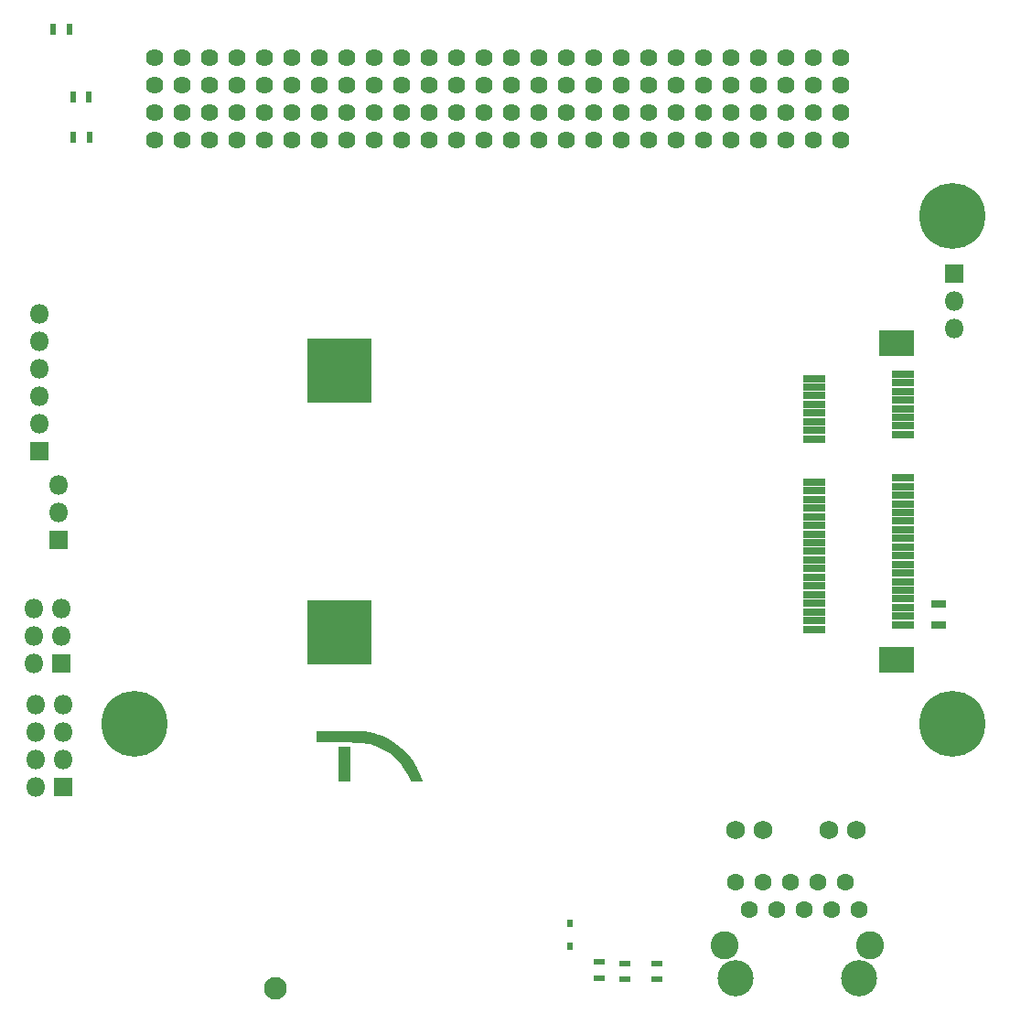
<source format=gbr>
G04 #@! TF.FileFunction,Soldermask,Bot*
%FSLAX45Y45*%
G04 Gerber Fmt 4.5, Leading zero omitted, Abs format (unit mm)*
G04 Created by KiCad (PCBNEW 4.0.7) date 02/12/18 17:58:59*
%MOMM*%
%LPD*%
G01*
G04 APERTURE LIST*
%ADD10C,0.100000*%
%ADD11C,0.010000*%
%ADD12R,1.800000X1.800000*%
%ADD13O,1.800000X1.800000*%
%ADD14C,6.100000*%
%ADD15C,1.600000*%
%ADD16C,1.750000*%
%ADD17C,2.600000*%
%ADD18C,3.350000*%
%ADD19R,0.550000X0.700000*%
%ADD20C,1.624000*%
%ADD21R,1.000000X0.600000*%
%ADD22R,1.400000X0.800000*%
%ADD23R,3.300000X2.400000*%
%ADD24R,5.900000X5.900000*%
%ADD25R,2.100000X0.700000*%
%ADD26C,2.100000*%
%ADD27R,0.600000X1.000000*%
G04 APERTURE END LIST*
D10*
D11*
G36*
X11122091Y-9245000D02*
X11307046Y-9245000D01*
X11373283Y-9245207D01*
X11429396Y-9245913D01*
X11476799Y-9247243D01*
X11516908Y-9249322D01*
X11551137Y-9252276D01*
X11580901Y-9256229D01*
X11607615Y-9261309D01*
X11632694Y-9267639D01*
X11657554Y-9275346D01*
X11660470Y-9276328D01*
X11729919Y-9305786D01*
X11794300Y-9344845D01*
X11852458Y-9392444D01*
X11903241Y-9447519D01*
X11945494Y-9509008D01*
X11973475Y-9564658D01*
X11989732Y-9602909D01*
X12090476Y-9602909D01*
X12076439Y-9564237D01*
X12041692Y-9484769D01*
X11997903Y-9412227D01*
X11945626Y-9347122D01*
X11885414Y-9289962D01*
X11817822Y-9241257D01*
X11743404Y-9201517D01*
X11662714Y-9171250D01*
X11642824Y-9165547D01*
X11628606Y-9161765D01*
X11615721Y-9158659D01*
X11602858Y-9156150D01*
X11588709Y-9154159D01*
X11571963Y-9152608D01*
X11551311Y-9151417D01*
X11525444Y-9150508D01*
X11493050Y-9149802D01*
X11452821Y-9149221D01*
X11403446Y-9148685D01*
X11354443Y-9148218D01*
X11122091Y-9146049D01*
X11122091Y-9245000D01*
X11122091Y-9245000D01*
G37*
X11122091Y-9245000D02*
X11307046Y-9245000D01*
X11373283Y-9245207D01*
X11429396Y-9245913D01*
X11476799Y-9247243D01*
X11516908Y-9249322D01*
X11551137Y-9252276D01*
X11580901Y-9256229D01*
X11607615Y-9261309D01*
X11632694Y-9267639D01*
X11657554Y-9275346D01*
X11660470Y-9276328D01*
X11729919Y-9305786D01*
X11794300Y-9344845D01*
X11852458Y-9392444D01*
X11903241Y-9447519D01*
X11945494Y-9509008D01*
X11973475Y-9564658D01*
X11989732Y-9602909D01*
X12090476Y-9602909D01*
X12076439Y-9564237D01*
X12041692Y-9484769D01*
X11997903Y-9412227D01*
X11945626Y-9347122D01*
X11885414Y-9289962D01*
X11817822Y-9241257D01*
X11743404Y-9201517D01*
X11662714Y-9171250D01*
X11642824Y-9165547D01*
X11628606Y-9161765D01*
X11615721Y-9158659D01*
X11602858Y-9156150D01*
X11588709Y-9154159D01*
X11571963Y-9152608D01*
X11551311Y-9151417D01*
X11525444Y-9150508D01*
X11493050Y-9149802D01*
X11452821Y-9149221D01*
X11403446Y-9148685D01*
X11354443Y-9148218D01*
X11122091Y-9146049D01*
X11122091Y-9245000D01*
G36*
X11324136Y-9602909D02*
X11428045Y-9602909D01*
X11428045Y-9296955D01*
X11324136Y-9296955D01*
X11324136Y-9602909D01*
X11324136Y-9602909D01*
G37*
X11324136Y-9602909D02*
X11428045Y-9602909D01*
X11428045Y-9296955D01*
X11324136Y-9296955D01*
X11324136Y-9602909D01*
D12*
X8777500Y-9668000D03*
D13*
X8523500Y-9668000D03*
X8777500Y-9414000D03*
X8523500Y-9414000D03*
X8777500Y-9160000D03*
X8523500Y-9160000D03*
X8777500Y-8906000D03*
X8523500Y-8906000D03*
D14*
X17008500Y-4385000D03*
X17008500Y-9085000D03*
D15*
X16139000Y-10804000D03*
X16012000Y-10550000D03*
X15885000Y-10804000D03*
X15758000Y-10550000D03*
X15631000Y-10804000D03*
X15504000Y-10550000D03*
X15377000Y-10804000D03*
X15250000Y-10550000D03*
X15123000Y-10804000D03*
X14996000Y-10550000D03*
D16*
X16114000Y-10067000D03*
X15860000Y-10067000D03*
X15250000Y-10067000D03*
X14996000Y-10067000D03*
D17*
X14894500Y-11134000D03*
D18*
X14996000Y-11439000D03*
X16139000Y-11439000D03*
D17*
X16240500Y-11134000D03*
D19*
X13465500Y-10931000D03*
X13465500Y-11141000D03*
D20*
X9626000Y-3675500D03*
X9626000Y-3421500D03*
X9880000Y-3675500D03*
X9880000Y-3421500D03*
X10134000Y-3675500D03*
X10134000Y-3421500D03*
X10388000Y-3675500D03*
X10388000Y-3421500D03*
X10642000Y-3675500D03*
X10642000Y-3421500D03*
X10896000Y-3675500D03*
X10896000Y-3421500D03*
X11150000Y-3675500D03*
X11150000Y-3421500D03*
X11404000Y-3675500D03*
X11404000Y-3421500D03*
X11658000Y-3675500D03*
X11658000Y-3421500D03*
X11912000Y-3675500D03*
X11912000Y-3421500D03*
X12166000Y-3675500D03*
X12166000Y-3421500D03*
X12420000Y-3675500D03*
X12420000Y-3421500D03*
X12674000Y-3675500D03*
X12674000Y-3421500D03*
X12928000Y-3675500D03*
X12928000Y-3421500D03*
X13182000Y-3675500D03*
X13182000Y-3421500D03*
X13436000Y-3675500D03*
X13436000Y-3421500D03*
X13690000Y-3675500D03*
X13690000Y-3421500D03*
X13944000Y-3675500D03*
X13944000Y-3421500D03*
X14198000Y-3675500D03*
X14198000Y-3421500D03*
X14452000Y-3675500D03*
X14452000Y-3421500D03*
X14706000Y-3675500D03*
X14706000Y-3421500D03*
X14960000Y-3675500D03*
X14960000Y-3421500D03*
X15214000Y-3675500D03*
X15214000Y-3421500D03*
X15468000Y-3675500D03*
X15468000Y-3421500D03*
X15722000Y-3675500D03*
X15722000Y-3421500D03*
X15976000Y-3675500D03*
X15976000Y-3421500D03*
D21*
X13975500Y-11296000D03*
X13975500Y-11446000D03*
X13733000Y-11286000D03*
X13733000Y-11436000D03*
X14273000Y-11296000D03*
X14273000Y-11446000D03*
D22*
X16876000Y-8164000D03*
X16876000Y-7974000D03*
D20*
X9625900Y-3167896D03*
X9625900Y-2913896D03*
X9879900Y-3167896D03*
X9879900Y-2913896D03*
X10133900Y-3167896D03*
X10133900Y-2913896D03*
X10387900Y-3167896D03*
X10387900Y-2913896D03*
X10641900Y-3167896D03*
X10641900Y-2913896D03*
X10895900Y-3167896D03*
X10895900Y-2913896D03*
X11149900Y-3167896D03*
X11149900Y-2913896D03*
X11403900Y-3167896D03*
X11403900Y-2913896D03*
X11657900Y-3167896D03*
X11657900Y-2913896D03*
X11911900Y-3167896D03*
X11911900Y-2913896D03*
X12165900Y-3167896D03*
X12165900Y-2913896D03*
X12419900Y-3167896D03*
X12419900Y-2913896D03*
X12673900Y-3167896D03*
X12673900Y-2913896D03*
X12927900Y-3167896D03*
X12927900Y-2913896D03*
X13181900Y-3167896D03*
X13181900Y-2913896D03*
X13435900Y-3167896D03*
X13435900Y-2913896D03*
X13689900Y-3167896D03*
X13689900Y-2913896D03*
X13943900Y-3167896D03*
X13943900Y-2913896D03*
X14197900Y-3167896D03*
X14197900Y-2913896D03*
X14451900Y-3167896D03*
X14451900Y-2913896D03*
X14705900Y-3167896D03*
X14705900Y-2913896D03*
X14959900Y-3167896D03*
X14959900Y-2913896D03*
X15213900Y-3167896D03*
X15213900Y-2913896D03*
X15467900Y-3167896D03*
X15467900Y-2913896D03*
X15721900Y-3167896D03*
X15721900Y-2913896D03*
X15975900Y-3167896D03*
X15975900Y-2913896D03*
D12*
X8734500Y-7382000D03*
D13*
X8734500Y-7128000D03*
X8734500Y-6874000D03*
D12*
X8551000Y-6554000D03*
D13*
X8551000Y-6300000D03*
X8551000Y-6046000D03*
X8551000Y-5792000D03*
X8551000Y-5538000D03*
X8551000Y-5284000D03*
D12*
X17019500Y-4919000D03*
D13*
X17019500Y-5173000D03*
X17019500Y-5427000D03*
D23*
X16485000Y-5560000D03*
X16485000Y-8490000D03*
D24*
X11330000Y-5815000D03*
X11330000Y-8235000D03*
D25*
X16545000Y-5845000D03*
X15725000Y-5885000D03*
X16545000Y-5925000D03*
X15725000Y-5965000D03*
X16545000Y-6005000D03*
X15725000Y-6045000D03*
X16545000Y-6085000D03*
X15725000Y-6125000D03*
X16545000Y-6165000D03*
X15725000Y-6205000D03*
X16545000Y-6245000D03*
X15725000Y-6285000D03*
X16545000Y-6325000D03*
X15725000Y-6365000D03*
X16545000Y-6405000D03*
X15725000Y-6445000D03*
X16545000Y-6805000D03*
X15725000Y-6845000D03*
X16545000Y-6885000D03*
X15725000Y-6925000D03*
X16545000Y-6965000D03*
X15725000Y-7005000D03*
X16545000Y-7045000D03*
X15725000Y-7085000D03*
X16545000Y-7125000D03*
X15725000Y-7165000D03*
X16545000Y-7205000D03*
X15725000Y-7245000D03*
X16545000Y-7285000D03*
X15725000Y-7325000D03*
X16545000Y-7365000D03*
X15725000Y-7405000D03*
X16545000Y-7445000D03*
X15725000Y-7485000D03*
X16545000Y-7525000D03*
X15725000Y-7565000D03*
X16545000Y-7605000D03*
X15725000Y-7645000D03*
X16545000Y-7685000D03*
X15725000Y-7725000D03*
X16545000Y-7765000D03*
X15725000Y-7805000D03*
X16545000Y-7845000D03*
X15725000Y-7885000D03*
X16545000Y-7925000D03*
X15725000Y-7965000D03*
X16545000Y-8005000D03*
X15725000Y-8045000D03*
X16545000Y-8085000D03*
X15725000Y-8125000D03*
X16545000Y-8165000D03*
X15725000Y-8205000D03*
D26*
X10737500Y-11527500D03*
D12*
X8757500Y-8523000D03*
D13*
X8503500Y-8523000D03*
X8757500Y-8269000D03*
X8503500Y-8269000D03*
X8757500Y-8015000D03*
X8503500Y-8015000D03*
D27*
X8832500Y-2657500D03*
X8682500Y-2657500D03*
X9015000Y-3277500D03*
X8865000Y-3277500D03*
X9017500Y-3650000D03*
X8867500Y-3650000D03*
D14*
X9432500Y-9085000D03*
M02*

</source>
